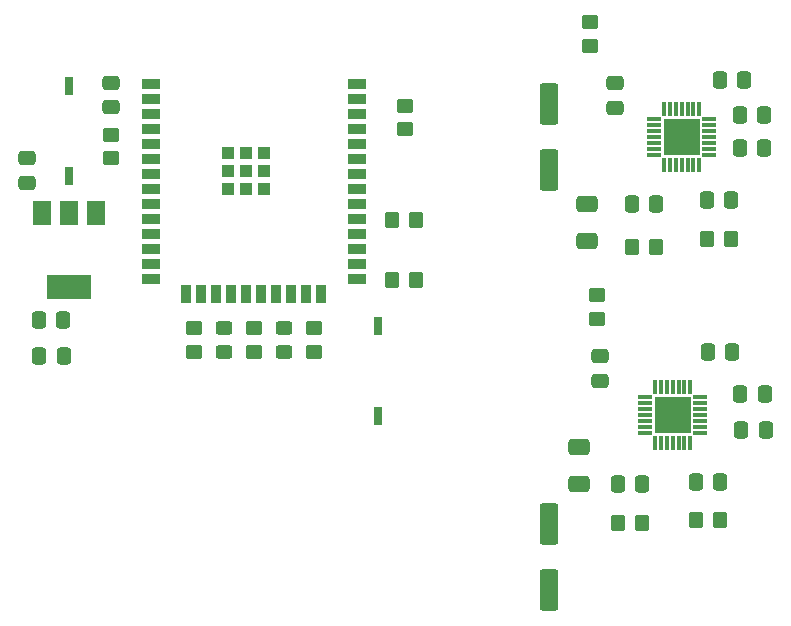
<source format=gbr>
%TF.GenerationSoftware,KiCad,Pcbnew,7.0.1*%
%TF.CreationDate,2023-03-21T20:45:46+01:00*%
%TF.ProjectId,PCB_evenwicht,5043425f-6576-4656-9e77-696368742e6b,rev?*%
%TF.SameCoordinates,Original*%
%TF.FileFunction,Paste,Top*%
%TF.FilePolarity,Positive*%
%FSLAX46Y46*%
G04 Gerber Fmt 4.6, Leading zero omitted, Abs format (unit mm)*
G04 Created by KiCad (PCBNEW 7.0.1) date 2023-03-21 20:45:46*
%MOMM*%
%LPD*%
G01*
G04 APERTURE LIST*
G04 Aperture macros list*
%AMRoundRect*
0 Rectangle with rounded corners*
0 $1 Rounding radius*
0 $2 $3 $4 $5 $6 $7 $8 $9 X,Y pos of 4 corners*
0 Add a 4 corners polygon primitive as box body*
4,1,4,$2,$3,$4,$5,$6,$7,$8,$9,$2,$3,0*
0 Add four circle primitives for the rounded corners*
1,1,$1+$1,$2,$3*
1,1,$1+$1,$4,$5*
1,1,$1+$1,$6,$7*
1,1,$1+$1,$8,$9*
0 Add four rect primitives between the rounded corners*
20,1,$1+$1,$2,$3,$4,$5,0*
20,1,$1+$1,$4,$5,$6,$7,0*
20,1,$1+$1,$6,$7,$8,$9,0*
20,1,$1+$1,$8,$9,$2,$3,0*%
G04 Aperture macros list end*
%ADD10RoundRect,0.250000X-0.350000X-0.450000X0.350000X-0.450000X0.350000X0.450000X-0.350000X0.450000X0*%
%ADD11RoundRect,0.250000X0.350000X0.450000X-0.350000X0.450000X-0.350000X-0.450000X0.350000X-0.450000X0*%
%ADD12RoundRect,0.250000X0.475000X-0.337500X0.475000X0.337500X-0.475000X0.337500X-0.475000X-0.337500X0*%
%ADD13R,1.050000X1.050000*%
%ADD14R,1.500000X0.900000*%
%ADD15R,0.900000X1.500000*%
%ADD16RoundRect,0.250000X0.337500X0.475000X-0.337500X0.475000X-0.337500X-0.475000X0.337500X-0.475000X0*%
%ADD17R,1.500000X2.000000*%
%ADD18R,3.800000X2.000000*%
%ADD19R,0.760000X1.600000*%
%ADD20RoundRect,0.250000X-0.337500X-0.475000X0.337500X-0.475000X0.337500X0.475000X-0.337500X0.475000X0*%
%ADD21RoundRect,0.250000X0.450000X-0.350000X0.450000X0.350000X-0.450000X0.350000X-0.450000X-0.350000X0*%
%ADD22RoundRect,0.250000X-0.450000X0.350000X-0.450000X-0.350000X0.450000X-0.350000X0.450000X0.350000X0*%
%ADD23RoundRect,0.250000X-0.550000X1.500000X-0.550000X-1.500000X0.550000X-1.500000X0.550000X1.500000X0*%
%ADD24R,1.150000X0.300000*%
%ADD25R,0.300000X1.150000*%
%ADD26R,3.150000X3.150000*%
%ADD27RoundRect,0.250000X0.650000X-0.412500X0.650000X0.412500X-0.650000X0.412500X-0.650000X-0.412500X0*%
%ADD28RoundRect,0.250000X0.450000X-0.325000X0.450000X0.325000X-0.450000X0.325000X-0.450000X-0.325000X0*%
%ADD29RoundRect,0.250000X0.550000X-1.500000X0.550000X1.500000X-0.550000X1.500000X-0.550000X-1.500000X0*%
%ADD30RoundRect,0.250000X-0.650000X0.412500X-0.650000X-0.412500X0.650000X-0.412500X0.650000X0.412500X0*%
%ADD31RoundRect,0.250000X-0.450000X0.325000X-0.450000X-0.325000X0.450000X-0.325000X0.450000X0.325000X0*%
G04 APERTURE END LIST*
D10*
%TO.C,R14*%
X162521000Y-90805000D03*
X164521000Y-90805000D03*
%TD*%
D11*
%TO.C,R15*%
X157917000Y-91059000D03*
X155917000Y-91059000D03*
%TD*%
D12*
%TO.C,C18*%
X154432000Y-79015500D03*
X154432000Y-76940500D03*
%TD*%
D13*
%TO.C,U1*%
X125940000Y-62800000D03*
X125940000Y-61275000D03*
X125940000Y-59750000D03*
X124415000Y-62800000D03*
X124415000Y-61275000D03*
X124415000Y-59750000D03*
X122890000Y-62800000D03*
X122890000Y-61275000D03*
X122890000Y-59750000D03*
D14*
X133845000Y-53935000D03*
X133845000Y-55205000D03*
X133845000Y-56475000D03*
X133845000Y-57745000D03*
X133845000Y-59015000D03*
X133845000Y-60285000D03*
X133845000Y-61555000D03*
X133845000Y-62825000D03*
X133845000Y-64095000D03*
X133845000Y-65365000D03*
X133845000Y-66635000D03*
X133845000Y-67905000D03*
X133845000Y-69175000D03*
X133845000Y-70445000D03*
D15*
X130815000Y-71695000D03*
X129545000Y-71695000D03*
X128275000Y-71695000D03*
X127005000Y-71695000D03*
X125735000Y-71695000D03*
X124465000Y-71695000D03*
X123195000Y-71695000D03*
X121925000Y-71695000D03*
X120655000Y-71695000D03*
X119385000Y-71695000D03*
D14*
X116345000Y-70445000D03*
X116345000Y-69175000D03*
X116345000Y-67905000D03*
X116345000Y-66635000D03*
X116345000Y-65365000D03*
X116345000Y-64095000D03*
X116345000Y-62825000D03*
X116345000Y-61555000D03*
X116345000Y-60285000D03*
X116345000Y-59015000D03*
X116345000Y-57745000D03*
X116345000Y-56475000D03*
X116345000Y-55205000D03*
X116345000Y-53935000D03*
%TD*%
D12*
%TO.C,C2*%
X105918000Y-62251500D03*
X105918000Y-60176500D03*
%TD*%
D16*
%TO.C,C14*%
X168363500Y-80113000D03*
X166288500Y-80113000D03*
%TD*%
D17*
%TO.C,U2*%
X111760000Y-64820000D03*
X109460000Y-64820000D03*
D18*
X109460000Y-71120000D03*
D17*
X107160000Y-64820000D03*
%TD*%
D19*
%TO.C,SW2*%
X135636000Y-74422000D03*
X135636000Y-82042000D03*
%TD*%
D20*
%TO.C,C9*%
X163449400Y-63754000D03*
X165524400Y-63754000D03*
%TD*%
D21*
%TO.C,R1*%
X113030000Y-60182000D03*
X113030000Y-58182000D03*
%TD*%
D11*
%TO.C,R11*%
X159136900Y-67686100D03*
X157136900Y-67686100D03*
%TD*%
D19*
%TO.C,SW1*%
X109474000Y-61722000D03*
X109474000Y-54102000D03*
%TD*%
D11*
%TO.C,R2*%
X138795000Y-70485000D03*
X136795000Y-70485000D03*
%TD*%
D22*
%TO.C,R5*%
X137871200Y-55743600D03*
X137871200Y-57743600D03*
%TD*%
D10*
%TO.C,R10*%
X163486900Y-67056000D03*
X165486900Y-67056000D03*
%TD*%
D12*
%TO.C,C10*%
X155702000Y-55901500D03*
X155702000Y-53826500D03*
%TD*%
D21*
%TO.C,R3*%
X130175000Y-76565000D03*
X130175000Y-74565000D03*
%TD*%
D11*
%TO.C,R6*%
X138795000Y-65405000D03*
X136795000Y-65405000D03*
%TD*%
D23*
%TO.C,C19*%
X150114000Y-91174000D03*
X150114000Y-96774000D03*
%TD*%
D16*
%TO.C,C11*%
X168423500Y-83210400D03*
X166348500Y-83210400D03*
%TD*%
D20*
%TO.C,C12*%
X163499500Y-76581000D03*
X165574500Y-76581000D03*
%TD*%
D16*
%TO.C,C16*%
X157954500Y-87757000D03*
X155879500Y-87757000D03*
%TD*%
D22*
%TO.C,R7*%
X125095000Y-74565000D03*
X125095000Y-76565000D03*
%TD*%
D12*
%TO.C,C1*%
X113030000Y-55880000D03*
X113030000Y-53805000D03*
%TD*%
D22*
%TO.C,R4*%
X120015000Y-74565000D03*
X120015000Y-76565000D03*
%TD*%
D24*
%TO.C,IC1*%
X163661900Y-59876600D03*
X163661900Y-59376600D03*
X163661900Y-58876600D03*
X163661900Y-58376600D03*
X163661900Y-57876600D03*
X163661900Y-57376600D03*
X163661900Y-56876600D03*
D25*
X162811900Y-56026600D03*
X162311900Y-56026600D03*
X161811900Y-56026600D03*
X161311900Y-56026600D03*
X160811900Y-56026600D03*
X160311900Y-56026600D03*
X159811900Y-56026600D03*
D24*
X158961900Y-56876600D03*
X158961900Y-57376600D03*
X158961900Y-57876600D03*
X158961900Y-58376600D03*
X158961900Y-58876600D03*
X158961900Y-59376600D03*
X158961900Y-59876600D03*
D25*
X159811900Y-60726600D03*
X160311900Y-60726600D03*
X160811900Y-60726600D03*
X161311900Y-60726600D03*
X161811900Y-60726600D03*
X162311900Y-60726600D03*
X162811900Y-60726600D03*
D26*
X161311900Y-58376600D03*
%TD*%
D27*
%TO.C,C17*%
X153310900Y-67216600D03*
X153310900Y-64091600D03*
%TD*%
D24*
%TO.C,IC2*%
X162896000Y-83415000D03*
X162896000Y-82915000D03*
X162896000Y-82415000D03*
X162896000Y-81915000D03*
X162896000Y-81415000D03*
X162896000Y-80915000D03*
X162896000Y-80415000D03*
D25*
X162046000Y-79565000D03*
X161546000Y-79565000D03*
X161046000Y-79565000D03*
X160546000Y-79565000D03*
X160046000Y-79565000D03*
X159546000Y-79565000D03*
X159046000Y-79565000D03*
D24*
X158196000Y-80415000D03*
X158196000Y-80915000D03*
X158196000Y-81415000D03*
X158196000Y-81915000D03*
X158196000Y-82415000D03*
X158196000Y-82915000D03*
X158196000Y-83415000D03*
D25*
X159046000Y-84265000D03*
X159546000Y-84265000D03*
X160046000Y-84265000D03*
X160546000Y-84265000D03*
X161046000Y-84265000D03*
X161546000Y-84265000D03*
X162046000Y-84265000D03*
D26*
X160546000Y-81915000D03*
%TD*%
D22*
%TO.C,R13*%
X154123000Y-71787000D03*
X154123000Y-73787000D03*
%TD*%
D16*
%TO.C,C8*%
X168318400Y-56510100D03*
X166243400Y-56510100D03*
%TD*%
D20*
%TO.C,C6*%
X164549000Y-53594000D03*
X166624000Y-53594000D03*
%TD*%
%TO.C,C7*%
X157099400Y-64091600D03*
X159174400Y-64091600D03*
%TD*%
D28*
%TO.C,D2*%
X122555000Y-76590000D03*
X122555000Y-74540000D03*
%TD*%
D29*
%TO.C,C20*%
X150114000Y-61214000D03*
X150114000Y-55614000D03*
%TD*%
D16*
%TO.C,C5*%
X168318400Y-59304100D03*
X166243400Y-59304100D03*
%TD*%
D30*
%TO.C,C15*%
X152654000Y-84670500D03*
X152654000Y-87795500D03*
%TD*%
D16*
%TO.C,C4*%
X108987500Y-76962000D03*
X106912500Y-76962000D03*
%TD*%
%TO.C,C13*%
X164568500Y-87630000D03*
X162493500Y-87630000D03*
%TD*%
D31*
%TO.C,D1*%
X127635000Y-74540000D03*
X127635000Y-76590000D03*
%TD*%
D22*
%TO.C,R9*%
X153564900Y-48668100D03*
X153564900Y-50668100D03*
%TD*%
D20*
%TO.C,C3*%
X106891000Y-73914000D03*
X108966000Y-73914000D03*
%TD*%
M02*

</source>
